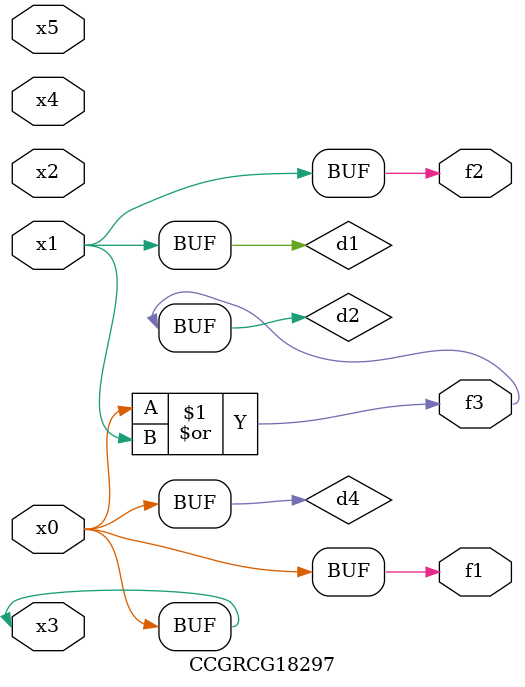
<source format=v>
module CCGRCG18297(
	input x0, x1, x2, x3, x4, x5,
	output f1, f2, f3
);

	wire d1, d2, d3, d4;

	and (d1, x1);
	or (d2, x0, x1);
	nand (d3, x0, x5);
	buf (d4, x0, x3);
	assign f1 = d4;
	assign f2 = d1;
	assign f3 = d2;
endmodule

</source>
